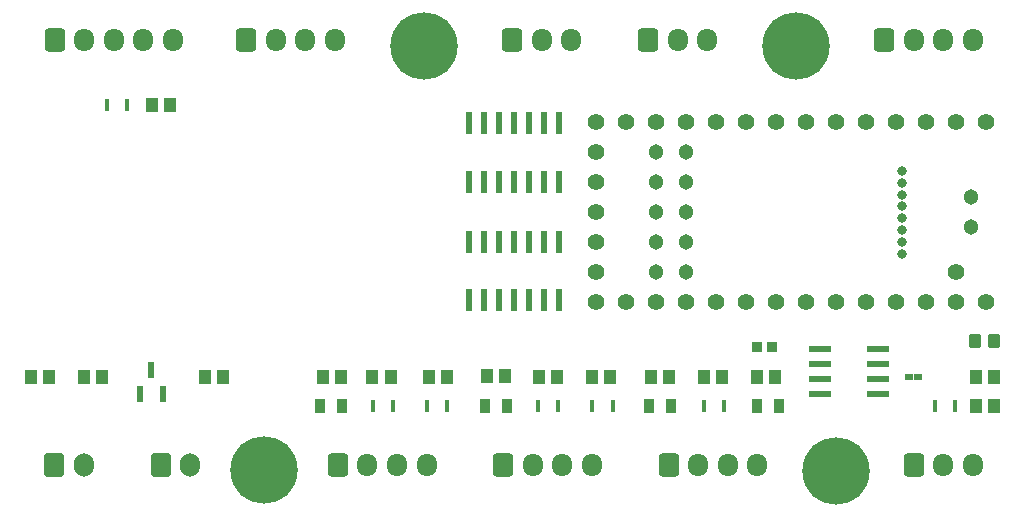
<source format=gbr>
%TF.GenerationSoftware,KiCad,Pcbnew,9.0.5*%
%TF.CreationDate,2025-12-05T21:51:27-08:00*%
%TF.ProjectId,ArmRobotBoardTeensy,41726d52-6f62-46f7-9442-6f6172645465,rev?*%
%TF.SameCoordinates,Original*%
%TF.FileFunction,Soldermask,Top*%
%TF.FilePolarity,Negative*%
%FSLAX46Y46*%
G04 Gerber Fmt 4.6, Leading zero omitted, Abs format (unit mm)*
G04 Created by KiCad (PCBNEW 9.0.5) date 2025-12-05 21:51:27*
%MOMM*%
%LPD*%
G01*
G04 APERTURE LIST*
G04 Aperture macros list*
%AMRoundRect*
0 Rectangle with rounded corners*
0 $1 Rounding radius*
0 $2 $3 $4 $5 $6 $7 $8 $9 X,Y pos of 4 corners*
0 Add a 4 corners polygon primitive as box body*
4,1,4,$2,$3,$4,$5,$6,$7,$8,$9,$2,$3,0*
0 Add four circle primitives for the rounded corners*
1,1,$1+$1,$2,$3*
1,1,$1+$1,$4,$5*
1,1,$1+$1,$6,$7*
1,1,$1+$1,$8,$9*
0 Add four rect primitives between the rounded corners*
20,1,$1+$1,$2,$3,$4,$5,0*
20,1,$1+$1,$4,$5,$6,$7,0*
20,1,$1+$1,$6,$7,$8,$9,0*
20,1,$1+$1,$8,$9,$2,$3,0*%
G04 Aperture macros list end*
%ADD10O,1.700000X1.950000*%
%ADD11RoundRect,0.250000X-0.600000X-0.725000X0.600000X-0.725000X0.600000X0.725000X-0.600000X0.725000X0*%
%ADD12O,1.700000X2.000000*%
%ADD13RoundRect,0.250000X-0.600000X-0.750000X0.600000X-0.750000X0.600000X0.750000X-0.600000X0.750000X0*%
%ADD14C,1.404000*%
%ADD15C,1.304000*%
%ADD16C,0.804000*%
%ADD17R,0.558800X1.981200*%
%ADD18RoundRect,0.102000X-0.430000X-0.490000X0.430000X-0.490000X0.430000X0.490000X-0.430000X0.490000X0*%
%ADD19R,0.653199X0.549999*%
%ADD20R,0.838200X1.143000*%
%ADD21R,0.812800X0.889000*%
%ADD22R,0.406400X0.990600*%
%ADD23RoundRect,0.102000X0.430000X0.490000X-0.430000X0.490000X-0.430000X-0.490000X0.430000X-0.490000X0*%
%ADD24C,5.700000*%
%ADD25R,0.558800X1.320800*%
%ADD26R,1.981200X0.558800*%
%ADD27RoundRect,0.102000X-0.395000X-0.465000X0.395000X-0.465000X0.395000X0.465000X-0.395000X0.465000X0*%
G04 APERTURE END LIST*
D10*
%TO.C,J2*%
X129500000Y-86000000D03*
X127000000Y-86000000D03*
X124500000Y-86000000D03*
D11*
X122000000Y-86000000D03*
%TD*%
D12*
%TO.C,J7*%
X117250000Y-121975000D03*
D13*
X114750000Y-121975000D03*
%TD*%
D14*
%TO.C,U1*%
X184644300Y-92969400D03*
X182104300Y-92969400D03*
X179564300Y-92969400D03*
X177024300Y-92969400D03*
X174484300Y-92969400D03*
X171944300Y-92969400D03*
X169404300Y-92969400D03*
X166864300Y-92969400D03*
X164324300Y-92969400D03*
X161784300Y-92969400D03*
X159244300Y-92969400D03*
X156704300Y-92969400D03*
X154164300Y-92969400D03*
X151624300Y-92969400D03*
X151624300Y-95509400D03*
X151624300Y-98049400D03*
X151624300Y-100589400D03*
X151624300Y-103129400D03*
X151624300Y-105669400D03*
X151624300Y-108209400D03*
X154164300Y-108209400D03*
X156704300Y-108209400D03*
X159244300Y-108209400D03*
X161784300Y-108209400D03*
X164324300Y-108209400D03*
X166864300Y-108209400D03*
X169404300Y-108209400D03*
X171944300Y-108209400D03*
X174484300Y-108209400D03*
X177024300Y-108209400D03*
X179564300Y-108209400D03*
X182104300Y-108209400D03*
X184644300Y-108209400D03*
X182104300Y-105669400D03*
D15*
X156704300Y-105669400D03*
X159244300Y-105669400D03*
X156704300Y-103129400D03*
X159244300Y-103129400D03*
X156704300Y-100589400D03*
X159244300Y-100589400D03*
X156704300Y-98049400D03*
X159244300Y-98049400D03*
X156704300Y-95509400D03*
X159244300Y-95509400D03*
D16*
X177505900Y-104089400D03*
X177505900Y-103089400D03*
X177505900Y-102089400D03*
X177505900Y-101089400D03*
X177505900Y-100089400D03*
X177505900Y-99089400D03*
X177505900Y-98089400D03*
X177505900Y-97089400D03*
D15*
X183374300Y-101859400D03*
X183374300Y-99319400D03*
%TD*%
D17*
%TO.C,U4*%
X140880000Y-108000000D03*
X142150000Y-108000000D03*
X143420000Y-108000000D03*
X144690000Y-108000000D03*
X145960000Y-108000000D03*
X147230000Y-108000000D03*
X148500000Y-108000000D03*
X148500000Y-103072400D03*
X147230000Y-103072400D03*
X145960000Y-103072400D03*
X144690000Y-103072400D03*
X143420000Y-103072400D03*
X142150000Y-103072400D03*
X140880000Y-103072400D03*
%TD*%
D18*
%TO.C,R3*%
X132671900Y-114500000D03*
X134201900Y-114500000D03*
%TD*%
D19*
%TO.C,C2*%
X178098401Y-114500000D03*
X178901599Y-114500000D03*
%TD*%
D11*
%TO.C,J8*%
X129750000Y-121975000D03*
D10*
X132250000Y-121975000D03*
X134750000Y-121975000D03*
X137250000Y-121975000D03*
%TD*%
D18*
%TO.C,R6*%
X146735000Y-114500000D03*
X148265000Y-114500000D03*
%TD*%
%TO.C,R8*%
X142369000Y-114484900D03*
X143899000Y-114484900D03*
%TD*%
D20*
%TO.C,D10*%
X165209300Y-117000000D03*
X167088900Y-117000000D03*
%TD*%
D13*
%TO.C,J6*%
X105750000Y-121975000D03*
D12*
X108250000Y-121975000D03*
%TD*%
D21*
%TO.C,C1*%
X165204600Y-112000000D03*
X166500000Y-112000000D03*
%TD*%
D11*
%TO.C,J5*%
X176000000Y-86000000D03*
D10*
X178500000Y-86000000D03*
X181000000Y-86000000D03*
X183500000Y-86000000D03*
%TD*%
D18*
%TO.C,R13*%
X108235000Y-114500000D03*
X109765000Y-114500000D03*
%TD*%
D22*
%TO.C,D6*%
X146649100Y-117000000D03*
X148350900Y-117000000D03*
%TD*%
D20*
%TO.C,D8*%
X142209300Y-117000000D03*
X144088900Y-117000000D03*
%TD*%
D11*
%TO.C,J11*%
X178500000Y-121975000D03*
D10*
X181000000Y-121975000D03*
X183500000Y-121975000D03*
%TD*%
D18*
%TO.C,R11*%
X156235000Y-114500000D03*
X157765000Y-114500000D03*
%TD*%
D11*
%TO.C,J9*%
X143750000Y-121975000D03*
D10*
X146250000Y-121975000D03*
X148750000Y-121975000D03*
X151250000Y-121975000D03*
%TD*%
D23*
%TO.C,R12*%
X105265000Y-114500000D03*
X103735000Y-114500000D03*
%TD*%
D11*
%TO.C,J10*%
X157750000Y-121975000D03*
D10*
X160250000Y-121975000D03*
X162750000Y-121975000D03*
X165250000Y-121975000D03*
%TD*%
D17*
%TO.C,U3*%
X140880000Y-98000000D03*
X142150000Y-98000000D03*
X143420000Y-98000000D03*
X144690000Y-98000000D03*
X145960000Y-98000000D03*
X147230000Y-98000000D03*
X148500000Y-98000000D03*
X148500000Y-93072400D03*
X147230000Y-93072400D03*
X145960000Y-93072400D03*
X144690000Y-93072400D03*
X143420000Y-93072400D03*
X142150000Y-93072400D03*
X140880000Y-93072400D03*
%TD*%
D18*
%TO.C,R14*%
X118470000Y-114500000D03*
X120000000Y-114500000D03*
%TD*%
D22*
%TO.C,D7*%
X151298200Y-117000000D03*
X153000000Y-117000000D03*
%TD*%
D18*
%TO.C,R7*%
X151235000Y-114500000D03*
X152765000Y-114500000D03*
%TD*%
D11*
%TO.C,J3*%
X144500000Y-86000000D03*
D10*
X147000000Y-86000000D03*
X149500000Y-86000000D03*
%TD*%
D20*
%TO.C,D11*%
X156060200Y-117000000D03*
X157939800Y-117000000D03*
%TD*%
D24*
%TO.C,MH4*%
X171908500Y-122500000D03*
%TD*%
%TO.C,MH3*%
X123500000Y-122420000D03*
%TD*%
D11*
%TO.C,J1*%
X105752200Y-85977500D03*
D10*
X108252200Y-85977500D03*
X110752200Y-85977500D03*
X113252200Y-85977500D03*
X115752200Y-85977500D03*
%TD*%
D22*
%TO.C,D1*%
X110209300Y-91500000D03*
X111911100Y-91500000D03*
%TD*%
D25*
%TO.C,Q1*%
X113000000Y-116000000D03*
X114905000Y-116000000D03*
X113952500Y-113968000D03*
%TD*%
D18*
%TO.C,R4*%
X137470000Y-114500000D03*
X139000000Y-114500000D03*
%TD*%
D20*
%TO.C,D5*%
X128209300Y-117000000D03*
X130088900Y-117000000D03*
%TD*%
D18*
%TO.C,R15*%
X183735000Y-114500000D03*
X185265000Y-114500000D03*
%TD*%
D11*
%TO.C,J4*%
X156000000Y-86000000D03*
D10*
X158500000Y-86000000D03*
X161000000Y-86000000D03*
%TD*%
D26*
%TO.C,U2*%
X170572400Y-112190000D03*
X170572400Y-113460000D03*
X170572400Y-114730000D03*
X170572400Y-116000000D03*
X175500000Y-116000000D03*
X175500000Y-114730000D03*
X175500000Y-113460000D03*
X175500000Y-112190000D03*
%TD*%
D18*
%TO.C,R5*%
X128470000Y-114500000D03*
X130000000Y-114500000D03*
%TD*%
%TO.C,R1*%
X114000000Y-91500000D03*
X115530000Y-91500000D03*
%TD*%
D24*
%TO.C,MH1*%
X137000000Y-86500000D03*
%TD*%
D18*
%TO.C,R10*%
X165235000Y-114500000D03*
X166765000Y-114500000D03*
%TD*%
%TO.C,R2*%
X183735000Y-117000000D03*
X185265000Y-117000000D03*
%TD*%
D24*
%TO.C,MH2*%
X168500000Y-86500000D03*
%TD*%
D22*
%TO.C,D4*%
X137298200Y-117000000D03*
X139000000Y-117000000D03*
%TD*%
%TO.C,D2*%
X180298200Y-117000000D03*
X182000000Y-117000000D03*
%TD*%
D18*
%TO.C,R9*%
X160735000Y-114500000D03*
X162265000Y-114500000D03*
%TD*%
D22*
%TO.C,D3*%
X132709300Y-117000000D03*
X134411100Y-117000000D03*
%TD*%
D27*
%TO.C,R16*%
X183680000Y-111500000D03*
X185320000Y-111500000D03*
%TD*%
D22*
%TO.C,D9*%
X160709300Y-117000000D03*
X162411100Y-117000000D03*
%TD*%
M02*

</source>
